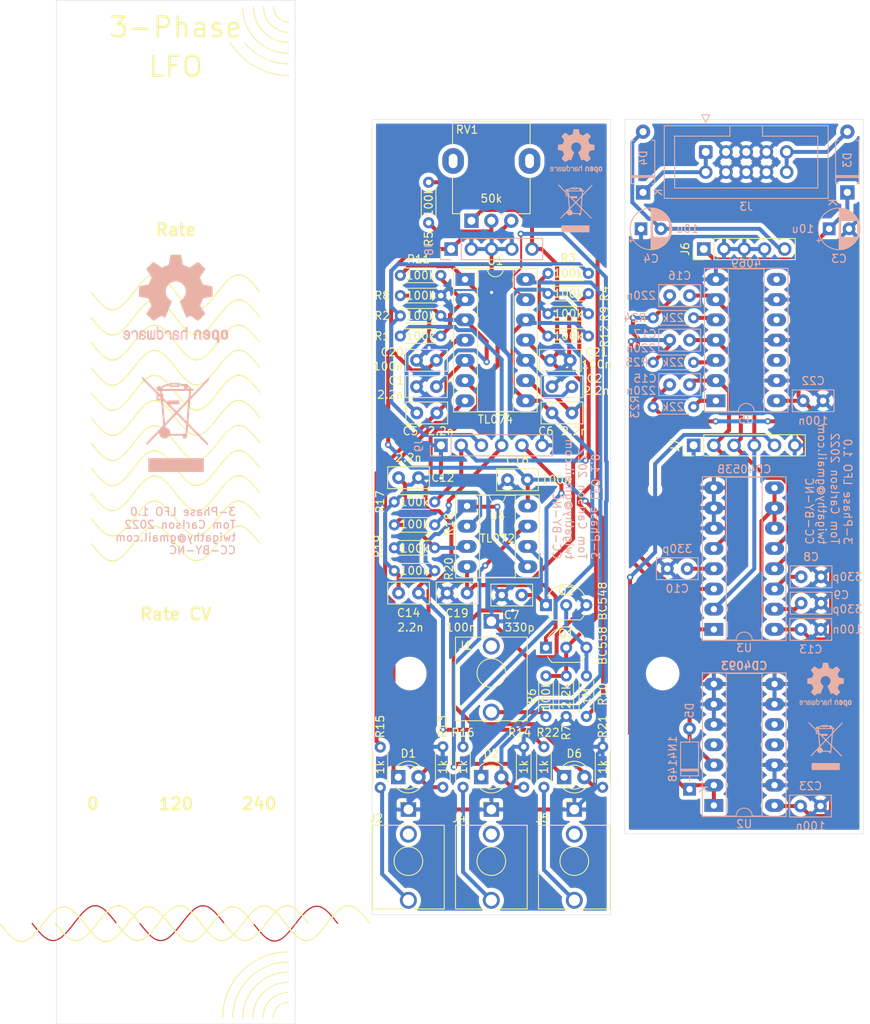
<source format=kicad_pcb>
(kicad_pcb (version 20240108) (generator "pcbnew") (generator_version "8.0")
  (layers (0 "F.Cu" signal) (31 "B.Cu" signal) (34 "B.Paste" user) (35 "F.Paste" user) (36 "B.SilkS" user "B.Silkscreen") (37 "F.SilkS" user "F.Silkscreen") (38 "B.Mask" user) (39 "F.Mask" user) (44 "Edge.Cuts" user))
  (net 0 "")
  (net 1 "Net-(C1-Pad2)")
  (net 2 "Earth")
  (net 3 "Net-(C2-Pad2)")
  (net 4 "+12V")
  (net 5 "-12V")
  (net 6 "Net-(C5-Pad2)")
  (net 7 "Net-(C5-Pad1)")
  (net 8 "Net-(C6-Pad2)")
  (net 9 "Net-(C6-Pad1)")
  (net 10 "Net-(C8-Pad2)")
  (net 11 "Net-(C9-Pad2)")
  (net 12 "Net-(C10-Pad2)")
  (net 13 "Net-(C12-Pad2)")
  (net 14 "Net-(C14-Pad2)")
  (net 15 "Net-(C14-Pad1)")
  (net 16 "Net-(C15-Pad2)")
  (net 17 "240_DEGREES")
  (net 18 "Net-(C16-Pad2)")
  (net 19 "0_DEGREES")
  (net 20 "Net-(C17-Pad2)")
  (net 21 "120_DEGREES")
  (net 22 "Net-(D1-Pad2)")
  (net 23 "Net-(D1-Pad1)")
  (net 24 "Net-(D2-Pad2)")
  (net 25 "Net-(D2-Pad1)")
  (net 26 "Net-(D3-Pad2)")
  (net 27 "Net-(D4-Pad1)")
  (net 28 "Net-(D5-Pad2)")
  (net 29 "Net-(D6-Pad2)")
  (net 30 "Net-(D6-Pad1)")
  (net 31 "Net-(J1-PadT)")
  (net 32 "Net-(J2-PadT)")
  (net 33 "Net-(J4-PadT)")
  (net 34 "Net-(J5-PadT)")
  (net 35 "Net-(Q1-Pad3)")
  (net 36 "Net-(Q1-Pad2)")
  (net 37 "Net-(R5-Pad2)")
  (net 38 "Net-(R23-Pad1)")
  (net 39 "Net-(R24-Pad1)")
  (net 40 "Net-(R25-Pad1)")
  (net 47 "CLOCK_IN")
  (footprint "MountingHole:MountingHole_3.2mm_M3" (layer "F.Cu") (at 71.2978 133.8072)
    (property "Reference" "REF**" (hide yes))
    (property "Value" "MountingHole_3.2mm_M3")
  )
  (footprint "MountingHole:MountingHole_3.2mm_M3" (layer "F.Cu") (at 103.0478 133.8072)
    (property "Reference" "REF**" (hide yes))
    (property "Value" "MountingHole_3.2mm_M3")
  )
  (footprint "MountingHole:MountingHole_6mm" (layer "F.Cu") (at 41.91 146.812)
    (property "Reference" "REF**" (hide yes))
    (property "Value" "MountingHole_6mm")
  )
  (footprint "svg2shenzen:wave" (layer "F.Cu") (at 36.3728 86.1949)
    (property "Reference" "Ref**" (hide yes))
    (property "Value" "Val**" (hide yes))
  )
  (footprint "svg2shenzen:wave" (layer "F.Cu") (at 46.9392 86.1695)
    (property "Reference" "Ref**" (hide yes))
    (property "Value" "Val**" (hide yes))
  )
  (footprint "svg2shenzen:wave" (layer "F.Cu") (at 46.9392 89.3191)
    (property "Reference" "Ref**" (hide yes))
    (property "Value" "Val**" (hide yes))
  )
  (footprint "svg2shenzen:wave" (layer "F.Cu") (at 36.3728 89.3445)
    (property "Reference" "Ref**" (hide yes))
    (property "Value" "Val**" (hide yes))
  )
  (footprint "svg2shenzen:wave" (layer "F.Cu") (at 46.9392 92.4687)
    (property "Reference" "Ref**" (hide yes))
    (property "Value" "Val**" (hide yes))
  )
  (footprint "svg2shenzen:wave" (layer "F.Cu") (at 46.9392 89.3191)
    (property "Reference" "Ref**" (hide yes))
    (property "Value" "Val**" (hide yes))
  )
  (footprint "svg2shenzen:wave" (layer "F.Cu") (at 36.3728 92.4941)
    (property "Reference" "Ref**" (hide yes))
    (property "Value" "Val**" (hide yes))
  )
  (footprint "svg2shenzen:wave" (layer "F.Cu") (at 36.3728 89.3445)
    (property "Reference" "Ref**" (hide yes))
    (property "Value" "Val**" (hide yes))
  )
  (footprint "svg2shenzen:wave" (layer "F.Cu") (at 36.3728 95.6564)
    (property "Reference" "Ref**" (hide yes))
    (property "Value" "Val**" (hide yes))
  )
  (footprint "svg2shenzen:wave" (layer "F.Cu") (at 46.9392 95.631)
    (property "Reference" "Ref**" (hide yes))
    (property "Value" "Val**" (hide yes))
  )
  (footprint "svg2shenzen:wave" (layer "F.Cu") (at 46.9392 98.7806)
    (property "Reference" "Ref**" (hide yes))
    (property "Value" "Val**" (hide yes))
  )
  (footprint "svg2shenzen:wave" (layer "F.Cu") (at 46.9392 92.4814)
    (property "Reference" "Ref**" (hide yes))
    (property "Value" "Val**" (hide yes))
  )
  (footprint "svg2shenzen:wave" (layer "F.Cu") (at 36.3728 92.5068)
    (property "Reference" "Ref**" (hide yes))
    (property "Value" "Val**" (hide yes))
  )
  (footprint "svg2shenzen:wave" (layer "F.Cu") (at 36.3728 98.806)
    (property "Reference" "Ref**" (hide yes))
    (property "Value" "Val**" (hide yes))
  )
  (footprint "svg2shenzen:wave" (layer "F.Cu") (at 46.9392 111.3917)
    (property "Reference" "Ref**" (hide yes))
    (property "Value" "Val**" (hide yes))
  )
  (footprint "svg2shenzen:wave" (layer "F.Cu") (at 46.9392 105.0925)
    (property "Reference" "Ref**" (hide yes))
    (property "Value" "Val**" (hide yes))
  )
  (footprint "svg2shenzen:wave" (layer "F.Cu") (at 46.9392 101.9302)
    (property "Reference" "Ref**" (hide yes))
    (property "Value" "Val**" (hide yes))
  )
  (footprint "svg2shenzen:wave" (layer "F.Cu") (at 46.9392 98.7806)
    (property "Reference" "Ref**" (hide yes))
    (property "Value" "Val**" (hide yes))
  )
  (footprint "svg2shenzen:wave" (layer "F.Cu") (at 36.3728 101.9556)
    (property "Reference" "Ref**" (hide yes))
    (property "Value" "Val**" (hide yes))
  )
  (footprint "svg2shenzen:wave" (layer "F.Cu") (at 36.3728 98.806)
    (property "Reference" "Ref**" (hide yes))
    (property "Value" "Val**" (hide yes))
  )
  (footprint "svg2shenzen:wave" (layer "F.Cu") (at 36.3728 108.2675)
    (property "Reference" "Ref**" (hide yes))
    (property "Value" "Val**" (hide yes))
  )
  (footprint "svg2shenzen:wave" (layer "F.Cu") (at 46.9392 108.2421)
    (property "Reference" "Ref**" (hide yes))
    (property "Value" "Val**" (hide yes))
  )
  (footprint "svg2shenzen:wave" (layer "F.Cu") (at 36.3728 105.1179)
    (property "Reference" "Ref**" (hide yes))
    (property "Value" "Val**" (hide yes))
  )
  (footprint "svg2shenzen:wave" (layer "F.Cu") (at 36.3728 111.4171)
    (property "Reference" "Ref**" (hide yes))
    (property "Value" "Val**" (hide yes))
  )
  (footprint "svg2shenzen:wave" (layer "F.Cu") (at 46.9392 114.554)
    (property "Reference" "Ref**" (hide yes))
    (property "Value" "Val**" (hide yes))
  )
  (footprint "svg2shenzen:wave" (layer "F.Cu") (at 46.9392 111.3917)
    (property "Reference" "Ref**" (hide yes))
    (property "Value" "Val**" (hide yes))
  )
  (footprint "svg2shenzen:wave" (layer "F.Cu") (at 46.9392 108.2421)
    (property "Reference" "Ref**" (hide yes))
    (property "Value" "Val**" (hide yes))
  )
  (footprint "svg2shenzen:wave" (layer "F.Cu") (at 36.3728 111.4171)
    (property "Reference" "Ref**" (hide yes))
    (property "Value" "Val**" (hide yes))
  )
  (footprint "svg2shenzen:wave" (layer "F.Cu") (at 36.3728 108.2675)
    (property "Reference" "Ref**" (hide yes))
    (property "Value" "Val**" (hide yes))
  )
  (footprint "svg2shenzen:wave" (layer "F.Cu") (at 36.3728 117.729)
    (property "Reference" "Ref**" (hide yes))
    (property "Value" "Val**" (hide yes))
  )
  (footprint "svg2shenzen:wave" (layer "F.Cu") (at 36.3728 114.5794)
    (property "Reference" "Ref**" (hide yes))
    (property "Value" "Val**" (hide yes))
  )
  (footprint "svg2shenzen:wave" (layer "F.Cu") (at 46.9392 117.7036)
    (property "Reference" "Ref**" (hide yes))
    (property "Value" "Val**" (hide yes))
  )
  (footprint "Capacitor_THT:C_Disc_D5.0mm_W2.5mm_P2.50mm" (layer "F.Cu") (at 72.136 97.79)
    (property "Reference" "C1")
    (property "Value" "2.2n")
  )
  (footprint "Capacitor_THT:C_Disc_D5.0mm_W2.5mm_P2.50mm" (layer "F.Cu") (at 89.154 97.79)
    (property "Reference" "C2")
    (property "Value" "2.2n")
  )
  (footprint "Capacitor_THT:C_Disc_D5.0mm_W2.5mm_P2.50mm" (layer "F.Cu") (at 74.676 101.092 180)
    (property "Reference" "C5")
    (property "Value" "2.2n")
  )
  (footprint "Capacitor_THT:C_Disc_D5.0mm_W2.5mm_P2.50mm" (layer "F.Cu") (at 89.154 101.092)
    (property "Reference" "C6")
    (property "Value" "2.2n")
  )
  (footprint "Capacitor_THT:C_Disc_D5.0mm_W2.5mm_P2.50mm" (layer "F.Cu") (at 85.344 123.952 180)
    (property "Reference" "C7")
    (property "Value" "330p")
  )
  (footprint "Capacitor_THT:C_Disc_D5.0mm_W2.5mm_P2.50mm" (layer "F.Cu") (at 72.39 109.22 180)
    (property "Reference" "C12")
    (property "Value" "2.2n")
  )
  (footprint "Capacitor_THT:C_Disc_D5.0mm_W2.5mm_P2.50mm" (layer "F.Cu") (at 72.39 123.698 180)
    (property "Reference" "C14")
    (property "Value" "2.2n")
  )
  (footprint "Capacitor_THT:C_Disc_D5.0mm_W2.5mm_P2.50mm" (layer "F.Cu") (at 83.566 109.474)
    (property "Reference" "C18")
    (property "Value" "100n")
  )
  (footprint "Capacitor_THT:C_Disc_D5.0mm_W2.5mm_P2.50mm" (layer "F.Cu") (at 75.986 123.698)
    (property "Reference" "C19")
    (property "Value" "100n")
  )
  (footprint "Capacitor_THT:C_Disc_D5.0mm_W2.5mm_P2.50mm" (layer "F.Cu") (at 72.136 94.488)
    (property "Reference" "C20")
    (property "Value" "100n")
  )
  (footprint "Capacitor_THT:C_Disc_D5.0mm_W2.5mm_P2.50mm" (layer "F.Cu") (at 91.44 94.488 180)
    (property "Reference" "C21")
    (property "Value" "100n")
  )
  (footprint "LED_THT:LED_D3.0mm" (layer "F.Cu") (at 69.845 146.812)
    (property "Reference" "D1")
    (property "Value" "LED_Dual_2pin")
  )
  (footprint "LED_THT:LED_D3.0mm" (layer "F.Cu") (at 80.259 146.812)
    (property "Reference" "D2")
    (property "Value" "LED_Dual_2pin")
  )
  (footprint "LED_THT:LED_D3.0mm" (layer "F.Cu") (at 90.678 146.812)
    (property "Reference" "D6")
    (property "Value" "LED_Dual_2pin")
  )
  (footprint "Connector_Audio:Jack_3.5mm_QingPu_WQP-PJ398SM_Vertical_CircularHoles" (layer "F.Cu") (at 81.534 127.254)
    (property "Reference" "J1")
    (property "Value" "AudioJack2")
  )
  (footprint "Connector_Audio:Jack_3.5mm_QingPu_WQP-PJ398SM_Vertical_CircularHoles" (layer "F.Cu") (at 71.12 150.876)
    (property "Reference" "J2")
    (property "Value" "AudioJack2")
  )
  (footprint "Connector_Audio:Jack_3.5mm_QingPu_WQP-PJ398SM_Vertical_CircularHoles" (layer "F.Cu") (at 81.534 150.876)
    (property "Reference" "J4")
    (property "Value" "AudioJack2")
  )
  (footprint "Connector_Audio:Jack_3.5mm_QingPu_WQP-PJ398SM_Vertical_CircularHoles" (layer "F.Cu") (at 91.953 150.876)
    (property "Reference" "J5")
    (property "Value" "AudioJack2")
  )
  (footprint "Package_TO_SOT_THT:TO-92_Inline_Wide" (layer "F.Cu") (at 88.392 130.556)
    (property "Reference" "Q1")
    (property "Value" "BC558")
  )
  (footprint "Package_TO_SOT_THT:TO-92_Inline_Wide" (layer "F.Cu") (at 88.392 125.222)
    (property "Reference" "Q2")
    (property "Value" "BC548")
  )
  (footprint "Resistor_THT:R_Axial_DIN0204_L3.6mm_D1.6mm_P5.08mm_Horizontal" (layer "F.Cu") (at 75.184 91.44 180)
    (property "Reference" "R1")
    (property "Value" "100k")
  )
  (footprint "Resistor_THT:R_Axial_DIN0204_L3.6mm_D1.6mm_P5.08mm_Horizontal" (layer "F.Cu") (at 75.184 88.9 180)
    (property "Reference" "R2")
    (property "Value" "100k")
  )
  (footprint "Resistor_THT:R_Axial_DIN0204_L3.6mm_D1.6mm_P5.08mm_Horizontal" (layer "F.Cu") (at 88.646 83.566)
    (property "Reference" "R3")
    (property "Value" "100k")
  )
  (footprint "Resistor_THT:R_Axial_DIN0204_L3.6mm_D1.6mm_P5.08mm_Horizontal" (layer "F.Cu") (at 88.646 86.106)
    (property "Reference" "R4")
    (property "Value" "100k")
  )
  (footprint "Resistor_THT:R_Axial_DIN0204_L3.6mm_D1.6mm_P5.08mm_Horizontal" (layer "F.Cu") (at 73.66 72.136 -90)
    (property "Reference" "R5")
    (property "Value" "100k")
  )
  (footprint "Resistor_THT:R_Axial_DIN0204_L3.6mm_D1.6mm_P5.08mm_Horizontal" (layer "F.Cu") (at 88.392 134.112 -90)
    (property "Reference" "R6")
    (property "Value" "100k")
  )
  (footprint "Resistor_THT:R_Axial_DIN0204_L3.6mm_D1.6mm_P5.08mm_Horizontal" (layer "F.Cu") (at 90.932 139.192 90)
    (property "Reference" "R7")
    (property "Value" "2.2k")
  )
  (footprint "Resistor_THT:R_Axial_DIN0204_L3.6mm_D1.6mm_P5.08mm_Horizontal" (layer "F.Cu") (at 75.184 86.36 180)
    (property "Reference" "R8")
    (property "Value" "100k")
  )
  (footprint "Resistor_THT:R_Axial_DIN0204_L3.6mm_D1.6mm_P5.08mm_Horizontal" (layer "F.Cu") (at 88.646 88.646)
    (property "Reference" "R9")
    (property "Value" "100k")
  )
  (footprint "Resistor_THT:R_Axial_DIN0204_L3.6mm_D1.6mm_P5.08mm_Horizontal" (layer "F.Cu") (at 93.472 139.192 90)
    (property "Reference" "R10")
    (property "Value" "1M")
  )
  (footprint "Resistor_THT:R_Axial_DIN0204_L3.6mm_D1.6mm_P5.08mm_Horizontal" (layer "F.Cu") (at 75.184 83.82 180)
    (property "Reference" "R11")
    (property "Value" "100k")
  )
  (footprint "Resistor_THT:R_Axial_DIN0204_L3.6mm_D1.6mm_P5.08mm_Horizontal" (layer "F.Cu") (at 88.646 91.44)
    (property "Reference" "R12")
    (property "Value" "100k")
  )
  (footprint "Resistor_THT:R_Axial_DIN0204_L3.6mm_D1.6mm_P5.08mm_Horizontal" (layer "F.Cu") (at 75.438 148.082 90)
    (property "Reference" "R13")
    (property "Value" "1k")
  )
  (footprint "Resistor_THT:R_Axial_DIN0204_L3.6mm_D1.6mm_P5.08mm_Horizontal" (layer "F.Cu") (at 85.598 148.082 90)
    (property "Reference" "R14")
    (property "Value" "1k")
  )
  (footprint "Resistor_THT:R_Axial_DIN0204_L3.6mm_D1.6mm_P5.08mm_Horizontal" (layer "F.Cu") (at 67.5894 148.1201 90)
    (property "Reference" "R15")
    (property "Value" "1k")
  )
  (footprint "Resistor_THT:R_Axial_DIN0204_L3.6mm_D1.6mm_P5.08mm_Horizontal" (layer "F.Cu") (at 77.978 148.082 90)
    (property "Reference" "R16")
    (property "Value" "1k")
  )
  (footprint "Resistor_THT:R_Axial_DIN0204_L3.6mm_D1.6mm_P5.08mm_Horizontal" (layer "F.Cu") (at 69.342 112.268)
    (property "Reference" "R17")
    (property "Value" "100k")
  )
  (footprint "Resistor_THT:R_Axial_DIN0204_L3.6mm_D1.6mm_P5.08mm_Horizontal" (layer "F.Cu") (at 69.342 115.146666)
    (property "Reference" "R18")
    (property "Value" "100k")
  )
  (footprint "Resistor_THT:R_Axial_DIN0204_L3.6mm_D1.6mm_P5.08mm_Horizontal" (layer "F.Cu") (at 69.342 118.025332)
    (property "Reference" "R19")
    (property "Value" "100k")
  )
  (footprint "Resistor_THT:R_Axial_DIN0204_L3.6mm_D1.6mm_P5.08mm_Horizontal" (layer "F.Cu") (at 69.342 120.904)
    (property "Reference" "R20")
    (property "Value" "100k")
  )
  (footprint "Resistor_THT:R_Axial_DIN0204_L3.6mm_D1.6mm_P5.08mm_Horizontal" (layer "F.Cu") (at 95.504 148.082 90)
    (property "Reference" "R21")
    (property "Value" "1k")
  )
  (footprint "Resistor_THT:R_Axial_DIN0204_L3.6mm_D1.6mm_P5.08mm_Horizontal" (layer "F.Cu") (at 88.138 148.082 90)
    (property "Reference" "R22")
    (property "Value" "1k")
  )
  (footprint "Potentiometer_THT:Potentiometer_Alpha_RD901F-40-00D_Single_Vertical" (layer "F.Cu") (at 79.034 76.962 90)
    (property "Reference" "RV1")
    (property "Value" "50k")
  )
  (footprint "Package_DIP:DIP-14_W7.62mm_Socket_LongPads" (layer "F.Cu") (at 78.232 84.328)
    (property "Reference" "U1")
    (property "Value" "TL074")
  )
  (footprint "Package_DIP:DIP-8_W7.62mm_Socket_LongPads" (layer "F.Cu") (at 78.486 112.776)
    (property "Reference" "U4")
    (property "Value" "TL072")
  )
  (footprint "Connector_PinHeader_2.54mm:PinHeader_1x05_P2.54mm_Vertical" (layer "F.Cu") (at 108.209 80.518 90)
    (property "Reference" "J6")
    (property "Value" "Conn_01x05")
  )
  (footprint "Connector_PinHeader_2.54mm:PinHeader_1x06_P2.54mm_Vertical" (layer "F.Cu") (at 106.934 105.156 90)
    (property "Reference" "J7")
    (property "Value" "Conn_01x06")
  )
  (footprint "MountingHole:MountingHole_6mm" (layer "F.Cu") (at 41.91 69.469)
    (property "Reference" "REF**" (hide yes))
    (property "Value" "MountingHole_6mm")
  )
  (footprint "MountingHole:MountingHole_6mm" (layer "F.Cu") (at 41.91 133.858)
    (property "Reference" "REF**" (hide yes))
    (property "Value" "MountingHole_6mm")
  )
  (footprint "MountingHole:MountingHole_6mm" (layer "F.Cu") (at 31.496 157.48)
    (property "Reference" "REF**" (hide yes))
    (property "Value" "MountingHole_6mm")
  )
  (footprint "MountingHole:MountingHole_6mm" (layer "F.Cu") (at 41.91 157.48)
    (property "Reference" "REF**" (hide yes))
    (property "Value" "MountingHole_6mm")
  )
  (footprint "MountingHole:MountingHole_6mm" (layer "F.Cu") (at 52.324 157.48)
    (property "Reference" "REF**" (hide yes))
    (property "Value" "MountingHole_6mm")
  )
  (footprint "MountingHole:MountingHole_6mm" (layer "F.Cu") (at 31.496 146.812)
    (property "Reference" "REF**" (hide yes))
    (property "Value" "MountingHole_6mm")
  )
  (footprint "MountingHole:MountingHole_6mm" (layer "F.Cu") (at 52.324 146.812)
    (property "Reference" "REF**" (hide yes))
    (property "Value" "MountingHole_6mm")
  )
  (footprint "svg2shenzen:wave" (layer "F.Cu") (at 39.5097 165.3794)
    (property "Reference" "Ref**" (hide yes))
    (property "Value" "Val**" (hide yes))
  )
  (footprint "svg2shenzen:wave" (layer "F.Cu") (at 50.1142 165.3794)
    (property "Reference" "Ref**" (hide yes))
    (property "Value" "Val**" (hide yes))
  )
  (footprint "svg2shenzen:wave" (layer "F.Cu") (at 60.7187 165.3794)
    (property "Reference" "Ref**" (hide yes))
    (property "Value" "Val**" (hide yes))
  )
  (footprint "svg2shenzen:wave-copper" (layer "F.Cu") (at 28.9052 165.3794)
    (property "Reference" "Ref**" (hide yes))
    (property "Value" "Val**" (hide yes))
  )
  (footprint "svg2shenzen:wave" (layer "F.Cu") (at 35.5727 165.5064)
    (property "Reference" "Ref**" (hide yes))
    (property "Value" "Val**" (hide yes))
  )
  (footprint "svg2shenzen:wave" (layer "F.Cu") (at 31.8262 165.3794)
    (property "Reference" "Ref**" (hide yes))
    (property "Value" "Val**" (hide yes))
  )
  (footprint "svg2shenzen:wave-copper" (layer "F.Cu") (at 42.4307 165.3794)
    (property "Reference" "Ref**" (hide yes))
    (property "Value" "Val**" (hide yes))
  )
  (footprint "svg2shenzen:wave" (layer "F.Cu") (at 53.0352 165.3794)
    (property "Reference" "Ref**" (hide yes))
    (property "Value" "Val**" (hide yes))
  )
  (footprint "svg2shenzen:wave" (layer "F.Cu") (at 46.1772 165.5064)
    (property "Reference" "Ref**" (hide yes))
    (property "Value" "Val**" (hide yes))
  )
  (footprint "svg2shenzen:wave-copper" (layer "F.Cu") (at 56.7182 165.4429)
    (property "Reference" "Ref**" (hide yes))
    (property "Value" "Val**" (hide yes))
  )
  (footprint "svg2shenzen:wave" (layer "F.Cu") (at 24.9682 165.5064)
    (property "Reference" "Ref**" (hide yes))
    (property "Value" "Val**" (hide yes))
  )
  (footprint "Symbol:OSHW-Logo2_7.3x6mm_SilkScreen" (layer "B.Cu") (at 123.501213 135.2169 180)
    (property "Reference" "REF**" (hide yes))
    (property "Value" "OSHW-Logo2_7.3x6mm_SilkScreen" (hide yes))
  )
  (footprint "Symbol:WEEE-Logo_4.2x6mm_SilkScreen" (layer "B.Cu") (at 123.5075 142.9004 180)
    (property "Reference" "REF**" (hide yes))
    (property "Value" "WEEE-Logo_4.2x6mm_SilkScreen" (hide yes))
  )
  (footprint "Symbol:OSHW-Logo2_7.3x6mm_SilkScreen" (layer "B.Cu") (at 92.1893 68.2244 180)
    (property "Reference" "REF**" (hide yes))
    (property "Value" "OSHW-Logo2_7.3x6mm_SilkScreen" (hide yes))
  )
  (footprint "Symbol:WEEE-Logo_4.2x6mm_SilkScreen" (layer "B.Cu") (at 92.0877 75.3999 180)
    (property "Reference" "REF**" (hide yes))
    (property "Value" "WEEE-Logo_4.2x6mm_SilkScreen" (hide yes))
  )
  (footprint "Capacitor_THT:CP_Radial_D5.0mm_P2.50mm" (layer "B.Cu") (at 123.952 77.978)
    (property "Reference" "C3")
    (property "Value" "10u")
  )
  (footprint "Capacitor_THT:CP_Radial_D5.0mm_P2.50mm" (layer "B.Cu") (at 100.33 77.978)
    (property "Reference" "C4")
    (property "Value" "10u")
  )
  (footprint "Capacitor_THT:C_Disc_D5.0mm_W2.5mm_P2.50mm" (layer "B.Cu") (at 122.936 121.666 180)
    (property "Reference" "C8")
    (property "Value" "330p")
  )
  (footprint "Capacitor_THT:C_Disc_D5.0mm_W2.5mm_P2.50mm" (layer "B.Cu") (at 122.936 124.968 180)
    (property "Reference" "C9")
    (property "Value" "330p")
  )
  (footprint "Capacitor_THT:C_Disc_D5.0mm_W2.5mm_P2.50mm" (layer "B.Cu") (at 103.632 120.65)
    (property "Reference" "C10")
    (property "Value" "330p")
  )
  (footprint "Capacitor_THT:C_Disc_D5.0mm_W2.5mm_P2.50mm" (layer "B.Cu") (at 120.396 128.27)
    (property "Reference" "C13")
    (property "Value" "100n")
  )
  (footprint "Capacitor_THT:C_Disc_D5.0mm_W2.5mm_P2.50mm" (layer "B.Cu") (at 106.426 97.536 180)
    (property "Reference" "C15")
    (property "Value" "220n")
  )
  (footprint "Capacitor_THT:C_Disc_D5.0mm_W2.5mm_P2.50mm" (layer "B.Cu") (at 106.426 86.36 180)
    (property "Reference" "C16")
    (property "Value" "220n")
  )
  (footprint "Capacitor_THT:C_Disc_D5.0mm_W2.5mm_P2.50mm" (layer "B.Cu") (at 106.426 91.948 180)
    (property "Reference" "C17")
    (property "Value" "220n")
  )
  (footprint "Capacitor_THT:C_Disc_D5.0mm_W2.5mm_P2.50mm" (layer "B.Cu") (at 123.19 99.568 180)
    (property "Reference" "C22")
    (property "Value" "100n")
  )
  (footprint "Capacitor_THT:C_Disc_D5.0mm_W2.5mm_P2.50mm" (layer "B.Cu") (at 122.8598 150.4442 180)
    (property "Reference" "C23")
    (property "Value" "100n")
  )
  (footprint "Diode_THT:D_A-405_P7.62mm_Horizontal" (layer "B.Cu") (at 126.238 73.406 90)
    (property "Reference" "D3")
    (property "Value" "D_Schottky")
  )
  (footprint "Diode_THT:D_A-405_P7.62mm_Horizontal" (layer "B.Cu") (at 100.584 73.406 90)
    (property "Reference" "D4")
    (property "Value" "D_Schottky")
  )
  (footprint "Diode_THT:D_DO-35_SOD27_P7.62mm_Horizontal" (layer "B.Cu") (at 106.426 148.336 90)
    (property "Reference" "D5")
    (property "Value" "1N4148")
  )
  (footprint "Connector_IDC:IDC-Header_2x05_P2.54mm_Vertical" (layer "B.Cu") (at 108.458 68.326 -90)
    (property "Reference" "J3")
    (property "Value" "Conn_02x05_Odd_Even")
  )
  (footprint "Resistor_THT:R_Axial_DIN0204_L3.6mm_D1.6mm_P5.08mm_Horizontal" (layer "B.Cu") (at 106.934 100.33 180)
    (property "Reference" "R23")
    (property "Value" "22k")
  )
  (footprint "Resistor_THT:R_Axial_DIN0204_L3.6mm_D1.6mm_P5.08mm_Horizontal" (layer "B.Cu") (at 106.934 89.154 180)
    (property "Reference" "R24")
    (property "Value" "22k")
  )
  (footprint "Resistor_THT:R_Axial_DIN0204_L3.6mm_D1.6mm_P5.08mm_Horizontal" (layer "B.Cu") (at 106.934 94.742 180)
    (property "Reference" "R25")
    (property "Value" "22k")
  )
  (footprint "Package_DIP:DIP-14_W7.62mm_Socket_LongPads" (layer "B.Cu") (at 109.474 150.368)
    (property "Reference" "U2")
    (property "Value" "HEF4093B")
  )
  (footprint "Package_DIP:DIP-16_W7.62mm_Socket_LongPads" (layer "B.Cu") (at 109.474 128.27)
    (property "Reference" "U3")
    (property "Value" "CD4053B")
  )
  (footprint "Package_DIP:DIP-14_W7.62mm_Socket_LongPads" (layer "B.Cu") (at 109.728 99.568)
    (property "Reference" "U5")
    (property "Value" "4069")
  )
  (footprint "Connector_PinSocket_2.54mm:PinSocket_1x05_P2.54mm_Vertical" (layer "B.Cu") (at 76.484 80.518 -90)
    (property "Reference" "J8")
    (property "Value" "Conn_01x05")
  )
  (footprint "Connector_PinSocket_2.54mm:PinSocket_1x06_P2.54mm_Vertical" (layer "B.Cu") (at 75.209 105.156 -90)
    (property "Reference" "J9")
    (property "Value" "Conn_01x06")
  )
  (footprint "Symbol:WEEE-Logo_8.4x12mm_SilkScreen" (layer "B.Cu") (at 41.922451 102.523716 180)
    (property "Reference" "REF**" (hide yes))
    (property "Value" "WEEE-Logo_8.4x12mm_SilkScreen" (hide yes))
  )
  (footprint "Symbol:OSHW-Logo2_14.6x12mm_SilkScreen" (layer "B.Cu") (at 41.91 86.7791 180)
    (property "Reference" "REF**" (hide yes))
    (property "Value" "OSHW-Logo2_14.6x12mm_SilkScreen" (hide yes))
  )
  (gr_arc (start 56.11114 57.274102) (mid 53.026168 56.573751) (end 50.546 54.61) (stroke (width 0.12)) (layer "F.SilkS"))
  (gr_arc (start 56.11114 53.30444) (mid 53.866076 52.374504) (end 52.93614 50.12944) (stroke (width 0.12)) (layer "F.SilkS"))
  (gr_arc (start 56.11114 55.948689) (mid 52.008901 54.256824) (end 50.292 50.165) (stroke (width 0.12)) (layer "F.SilkS"))
  (gr_arc (start 56.11114 52.03444) (mid 54.764102 51.476478) (end 54.20614 50.12944) (stroke (width 0.12)) (layer "F.SilkS"))
  (gr_arc (start 56.11114 54.57444) (mid 52.96805 53.27253) (end 51.66614 50.12944) (stroke (width 0.12)) (layer "F.SilkS"))
  (gr_arc (start 56.11114 58.731598) (mid 51.900758 57.63076) (end 48.768 54.61) (stroke (width 0.12)) (layer "F.SilkS"))
  (gr_arc (start 47.78756 177.01514) (mid 50.205394 171.177974) (end 56.04256 168.76014) (stroke (width 0.12)) (layer "F.SilkS"))
  (gr_arc (start 51.59756 177.01514) (mid 52.89947 173.87205) (end 56.04256 172.57014) (stroke (width 0.12)) (layer "F.SilkS"))
  (gr_arc (start 49.05756 177.01514) (mid 51.103419 172.075999) (end 56.04256 170.03014) (stroke (width 0.12)) (layer "F.SilkS"))
  (gr_arc (start 50.32756 177.01514) (mid 52.001445 172.974025) (end 56.04256 171.30014) (stroke (width 0.12)) (layer "F.SilkS"))
  (gr_arc (start 54.13756 177.01514) (mid 54.695522 175.668102) (end 56.04256 175.11014) (stroke (width 0.12)) (layer "F.SilkS"))
  (gr_arc (start 52.86756 177.01514) (mid 53.797496 174.770076) (end 56.04256 173.84014) (stroke (width 0.12)) (layer "F.SilkS"))
  (gr_line (start 96.52 164.084) (end 96.52 64.262) (stroke (width 0.05)) (layer "Edge.Cuts"))
  (gr_line (start 66.548 64.262) (end 96.52 64.262) (stroke (width 0.05)) (layer "Edge.Cuts"))
  (gr_line (start 66.548 164.084) (end 96.52 164.084) (stroke (width 0.05)) (layer "Edge.Cuts"))
  (gr_line (start 128.27 153.924) (end 128.27 64.262) (stroke (width 0.05)) (layer "Edge.Cuts"))
  (gr_line (start 98.298 64.262) (end 128.27 64.262) (stroke (width 0.05)) (layer "Edge.Cuts"))
  (gr_line (start 98.298 153.924) (end 128.27 153.924) (stroke (width 0.05)) (layer "Edge.Cuts"))
  (gr_line (start 98.298 153.924) (end 98.298 64.262) (stroke (width 0.05)) (layer "Edge.Cuts"))
  (gr_line (start 26.924 49.276) (end 56.896 49.276) (stroke (width 0.05)) (layer "Edge.Cuts"))
  (gr_line (start 26.924 177.8) (end 56.896 177.8) (stroke (width 0.05)) (layer "Edge.Cuts"))
  (gr_line (start 26.924 177.8) (end 26.924 49.276) (stroke (width 0.05)) (layer "Edge.Cuts"))
  (gr_line (start 56.896 177.8) (end 56.896 49.276) (stroke (width 0.05)) (layer "Edge.Cuts"))
  (gr_line (start 66.548 164.084) (end 66.548 64.262) (stroke (width 0.05)) (layer "Edge.Cuts"))
  (gr_text "3-Phase LFO 1.0\nTom Carlson 2022\ntwigathy@gmail.com\nCC-BY-NC" (at 92.1512 119.5832 270) (layer "B.SilkS") (effects (font (size 1 1)) (justify left mirror)))
  (gr_text "3-Phase LFO 1.0\nTom Carlson 2022\ntwigathy@gmail.com\nCC-BY-NC" (at 123.8631 117.7036 270) (layer "B.SilkS") (effects (font (size 1 1)) (justify left mirror)))
  (gr_text "3-Phase LFO 1.0\nTom Carlson 2022\ntwigathy@gmail.com\nCC-BY-NC" (at 49.556428 115.9129 0) (layer "B.SilkS") (effects (font (size 1 1)) (justify left mirror)))
  (gr_text "CD4093" (at 113.284 132.842 0) (layer "B.SilkS") (effects (font (size 1 1) (thickness 0.2)) (justify mirror)))
  (gr_text "LFO" (at 41.8973 57.6072 0) (layer "F.SilkS") (effects (font (size 2.5 2.5) (thickness 0.3))))
  (gr_text "Rate" (at 41.91 78.105 0) (layer "F.SilkS") (effects (font (size 1.5 1.5) (thickness 0.3))))
  (gr_text "Rate CV" (at 41.909999 126.3396 0) (layer "F.SilkS") (effects (font (size 1.5 1.5) (thickness 0.3))))
  (gr_text "0" (at 31.496 150.1648 0) (layer "F.SilkS") (effects (font (size 1.5 1.5) (thickness 0.3))))
  (gr_text "120" (at 41.9354 150.1775 0) (layer "F.SilkS") (effects (font (size 1.5 1.5) (thickness 0.3))))
  (gr_text "240" (at 52.3748 150.1648 0) (layer "F.SilkS") (effects (font (size 1.5 1.5) (thickness 0.3))))
  (gr_text "3-Phase" (at 41.909999 52.67706 0) (layer "F.SilkS") (effects (font (size 2.5 2.5) (thickness 0.3))))
  (segment (start 80.9498 92.1258) (end 78.232 89.408) (width 0.5) (layer "F.Cu") (net 1))
  (segment (start 70.104 86.36) (end 72.644 86.36) (width 0.5) (layer "F.Cu") (net 1))
  (segment (start 80.9498 94.6912) (end 80.9498 92.1258) (width 0.5) (layer "F.Cu") (net 1))
  (segment (start 72.644 86.36) (end 75.184 88.9) (width 0.5) (layer "F.Cu") (net 1))
  (via (at 80.9498 94.6912) (size 0.8) (drill 0.4) (layers "F.Cu" "B.Cu") (net 1))
  (segment (start 80.9498 94.6912) (end 80.9498 94.6912) (width 0.5) (layer "B.Cu") (net 1))
  (segment (start 75.692 89.408) (end 75.184 88.9) (width 0.5) (layer "B.Cu") (net 1))
  (segment (start 75.886001 96.539999) (end 75.886001 94.666218) (width 0.5) (layer "B.Cu") (net 1))
  (segment (start 75.886001 94.666218) (end 77.314229 93.23799) (width 0.5) (layer "B.Cu") (net 1))
  (segment (start 77.314229 93.23799) (end 79.49659 93.23799) (width 0.5) (layer "B.Cu") (net 1))
  (segment (start 79.49659 93.23799) (end 80.9498 94.6912) (width 0.5) (layer "B.Cu") (net 1))
  (segment (start 78.232 89.408) (end 75.692 89.408) (width 0.5) (layer "B.Cu") (net 1))
  (segment (start 74.636 97.79) (end 75.886001 96.539999) (width 0.5) (layer "B.Cu") (net 1))
  (segment (start 84.207101 125.888999) (end 80.208999 125.888999) (width 0.5) (layer "F.Cu") (net 2))
  (segment (start 81.564 85.9617) (end 81.564 85.9617) (width 0.5) (layer "F.Cu") (net 2))
  (segment (start 73.7235 92.9005) (end 73.7235 92.9005) (width 0.5) (layer "F.Cu") (net 2))
  (segment (start 72.5551 88.2777) (end 72.5551 88.2777) (width 0.5) (layer "F.Cu") (net 2))
  (segment (start 75.209 109.2704) (end 75.209 109.2704) (width 0.5) (layer "F.Cu") (net 2))
  (segment (start 81.564 80.518) (end 81.564 85.9617) (width 0.5) (layer "F.Cu") (net 2))
  (segment (start 94.488 148.082) (end 93.218 146.812) (width 0.5) (layer "F.Cu") (net 2))
  (segment (start 93.218 146.379998) (end 93.218 146.812) (width 0.5) (layer "F.Cu") (net 2))
  (segment (start 81.534 150.876) (end 91.953 150.876) (width 0.5) (layer "F.Cu") (net 2))
  (segment (start 73.7235 92.9005) (end 73.7235 90.0176) (width 0.5) (layer "F.Cu") (net 2))
  (segment (start 73.7235 89.4461) (end 72.5551 88.2777) (width 0.5) (layer "F.Cu") (net 2))
  (segment (start 73.7235 90.0176) (end 73.7235 89.4461) (width 0.5) (layer "F.Cu") (net 2))
  (segment (start 75.209 105.156) (end 75.209 109.2704) (width 0.5) (layer "F.Cu") (net 2))
  (segment (start 72.136 94.488) (end 73.7235 92.9005) (width 0.5) (layer "F.Cu") (net 2))
  (segment (start 95.758 148.082) (end 94.488 148.082) (width 0.5) (layer "F.Cu") (net 2))
  (segment (start 93.472 125.222) (end 89.731999 128.962001) (width 0.5) (layer "F.Cu") (net 2))
  (segment (start 79.145501 140.169001) (end 87.007003 140.169001) (width 0.5) (layer "F.Cu") (net 2))
  (segment (start 89.731999 131.526003) (end 89.502001 131.756001) (width 0.5) (layer "F.Cu") (net 2))
  (segment (start 89.502001 131.756001) (end 86.036001 131.756001) (width 0.5) (layer "F.Cu") (net 2))
  (segment (start 91.313 88.646) (end 91.313 94.361) (width 0.5) (layer "F.Cu") (net 2))
  (segment (start 87.007003 140.169001) (end 93.218 146.379998) (width 0.5) (layer "F.Cu") (net 2))
  (segment (start 86.036001 131.756001) (end 81.534 127.254) (width 0.5) (layer "F.Cu") (net 2))
  (segment (start 71.12 150.876) (end 81.534 150.876) (width 0.5) (layer "F.Cu") (net 2))
  (segment (start 76.8096 129.288398) (end 76.8096 137.8331) (width 0.5) (layer "F.Cu") (net 2))
  (segment (start 76.8096 137.8331) (end 79.145501 140.169001) (width 0.5) (layer "F.Cu") (net 2))
  (segment (start 80.208999 125.888999) (end 76.8096 129.288398) (width 0.5) (layer "F.Cu") (net 2))
  (segment (start 89.731999 128.962001) (end 89.731999 131.526003) (width 0.5) (layer "F.Cu") (net 2))
  (segment (start 91.313 94.361) (end 91.44 94.488) (width 0.5) (layer "F.Cu") (net 2))
  (via (at 75.209 109.2704) (size 0.8) (drill 0.4) (layers "F.Cu" "B.Cu") (net 2))
  (via (at 91.313 88.646) (size 0.8) (drill 0.4) (layers "F.Cu" "B.Cu") (net 2))
  (via (at 84.207101 125.888999) (size 0.8) (drill 0.4) (layers "F.Cu" "B.Cu") (net 2))
  (via (at 73.7235 92.9005) (size 0.8) (drill 0.4) (layers "F.Cu" "B.Cu") (net 2))
  (via (at 72.5551 88.2777) (size 0.8) (drill 0.4) (layers "F.Cu" "B.Cu") (net 2))
  (via (at 81.564 85.9617) (size 0.8) (drill 0.4) (layers "F.Cu" "B.Cu") (net 2))
  (segment (start 91.313 88.646) (end 91.313 88.646) (width 0.5) (layer "B.Cu") (net 2))
  (segment (start 91.44 94.488) (end 91.44 95.504) (width 0.5) (layer "B.Cu") (net 2))
  (segment (start 81.534 125.262) (end 82.844 123.952) (width 0.5) (layer "B.Cu") (net 2))
  (segment (start 75.4126 143.002) (end 75.4126 145.782402) (width 0.5) (layer "B.Cu") (net 2))
  (segment (start 84.207101 125.888999) (end 85.257003 125.888999) (width 0.5) (layer "B.Cu") (net 2))
  (segment (start 87.75601 123.389992) (end 87.75601 119.50601) (width 0.5) (layer "B.Cu") (net 2))
  (segment (start 72.39 109.22) (end 75.1586 109.22) (width 0.5) (layer "B.Cu") (net 2))
  (segment (start 75.1586 109.22) (end 75.209 109.2704) (width 0.5) (layer "B.Cu") (net 2))
  (segment (start 75.4126 145.782402) (end 71.12 150.075002) (width 0.5) (layer "B.Cu") (net 2))
  (segment (start 94.568001 148.260999) (end 94.568001 144.191999) (width 0.5) (layer "B.Cu") (net 2))
  (segment (start 81.262301 85.660001) (end 81.564 85.9617) (width 0.25) (layer "B.Cu") (net 2))
  (segment (start 91.44 95.504) (end 89.154 97.79) (width 0.5) (layer "B.Cu") (net 2))
  (segment (start 71.12 150.075002) (end 71.12 150.876) (width 0.5) (layer "B.Cu") (net 2))
  (segment (start 75.438 143.002) (end 75.4126 143.002) (width 0.5) (layer "B.Cu") (net 2))
  (segment (start 75.883999 85.660001) (end 81.262301 85.660001) (width 0.25) (layer "B.Cu") (net 2))
  (segment (start 81.534 127.254) (end 81.534 125.262) (width 0.5) (layer "B.Cu") (net 2))
  (segment (start 91.953 150.876) (end 94.568001 148.260999) (width 0.5) (layer "B.Cu") (net 2))
  (segment (start 88.646 88.646) (end 91.313 88.646) (width 0.5) (layer "B.Cu") (net 2))
  (segment (start 94.568001 144.191999) (end 95.758 143.002) (width 0.5) (layer "B.Cu") (net 2))
  (segment (start 87.75601 119.50601) (end 86.106 117.856) (width 0.5) (layer "B.Cu") (net 2))
  (segment (start 85.257003 125.888999) (end 87.75601 123.389992) (width 0.5) (layer "B.Cu") (net 2))
  (segment (start 75.184 86.36) (end 75.883999 85.660001) (width 0.25) (layer "B.Cu") (net 2))
  (segment (start 88.646 86.106) (end 88.15799 85.61799) (width 0.5) (layer "B.Cu") (net 3))
  (segment (start 87.903999 96.539999) (end 87.903999 98.390001) (width 0.5) (layer "B.Cu") (net 3))
  (segment (start 88.553999 99.040001) (end 90.403999 99.040001) (width 0.5) (layer "B.Cu") (net 3))
  (segment (start 87.903999 98.390001) (end 88.553999 99.040001) (width 0.5) (layer "B.Cu") (net 3))
  (segment (start 88.15799 85.61799) (end 84.934229 85.61799) (width 0.5) (layer "B.Cu") (net 3))
  (segment (start 84.20199 86.350229) (end 84.20199 92.83799) (width 0.5) (layer "B.Cu") (net 3))
  (segment (start 84.20199 92.83799) (end 85.852 94.488) (width 0.5) (layer "B.Cu") (net 3))
  (segment (start 85.852 94.488) (end 87.903999 96.539999) (width 0.5) (layer "B.Cu") (net 3))
  (segment (start 84.934229 85.61799) (end 84.20199 86.350229) (width 0.5) (layer "B.Cu") (net 3))
  (segment (start 88.646 86.106) (end 91.186 86.106) (width 0.5) (layer "B.Cu") (net 3))
  (segment (start 90.403999 99.040001) (end 91.654 97.79) (width 0.5) (layer "B.Cu") (net 3))
  (segment (start 91.186 86.106) (end 93.726 88.646) (width 0.5) (layer "B.Cu") (net 3))
  (segment (start 120.396 128.27) (end 117.094 128.27) (width 0.5) (layer "F.Cu") (net 4))
  (segment (start 123.952 77.978) (end 120.111999 81.818001) (width 0.5) (layer "F.Cu") (net 4))
  (segment (start 71.703998 80.518) (end 76.484 80.518) (width 0.5) (layer "F.Cu") (net 4))
  (segment (start 74.636 94.488) (end 73.385999 95.738001) (width 0.5) (layer "F.Cu") (net 4))
  (segment (start 120.3598 150.4442) (end 117.1702 150.4442) (width 0.5) (layer "F.Cu") (net 4))
  (segment (start 121.646001 129.520001) (end 120.396 128.27) (width 0.5) (layer "F.Cu") (net 4))
  (segment (start 109.509001 81.818001) (end 108.209 80.518) (width 0.5) (layer "F.Cu") (net 4))
  (segment (start 81.983988 79.012012) (end 77.989988 79.012012) (width 0.5) (layer "F.Cu") (net 4))
  (segment (start 78.232 91.948) (end 77.176 91.948) (width 0.5) (layer "F.Cu") (net 4))
  (segment (start 68.58 105.0925) (end 68.58 93.53) (width 0.5) (layer "F.Cu") (net 4))
  (segment (start 68.953999 83.267999) (end 71.703998 80.518) (width 0.5) (layer "F.Cu") (net 4))
  (segment (start 120.3598 150.4442) (end 121.609801 151.694201) (width 0.5) (layer "F.Cu") (net 4))
  (segment (start 120.69 99.568) (end 124.186001 103.064001) (width 0.5) (layer "F.Cu") (net 4))
  (segment (start 121.609801 151.694201) (end 123.459801 151.694201) (width 0.5) (layer "F.Cu") (net 4))
  (segment (start 73.385999 95.738001) (end 71.535999 95.738001) (width 0.5) (layer "F.Cu") (net 4))
  (segment (start 120.111999 81.818001) (end 109.509001 81.818001) (width 0.5) (layer "F.Cu") (net 4))
  (segment (start 117.1702 150.4442) (end 117.094 150.368) (width 0.5) (layer "F.Cu") (net 4))
  (segment (start 68.953999 93.156001) (end 68.953999 83.267999) (width 0.5) (layer "F.Cu") (net 4))
  (segment (start 68.58 93.53) (end 68.953999 93.156001) (width 0.5) (layer "F.Cu") (net 4))
  (segment (start 117.348 99.568) (end 120.69 99.568) (width 0.5) (layer "F.Cu") (net 4))
  (segment (start 86.106 112.776) (end 86.106 109.514) (width 0.5) (layer "F.Cu") (net 4))
  (segment (start 123.459801 151.694201) (end 124.186001 150.968001) (width 0.5) (layer "F.Cu") (net 4))
  (segment (start 95.5675 114.352493) (end 93.35859 112.143583) (width 0.5) (layer "F.Cu") (net 4))
  (segment (start 124.186001 150.968001) (end 124.186001 128.491301) (width 0.5) (layer "F.Cu") (net 4))
  (segment (start 71.535999 95.738001) (end 68.953999 93.156001) (width 0.5) (layer "F.Cu") (net 4))
  (segment (start 84.034 76.962) (end 81.983988 79.012012) (width 0.5) (layer "F.Cu") (net 4))
  (segment (start 124.186001 128.830001) (end 123.496001 129.520001) (width 0.5) (layer "F.Cu") (net 4))
  (segment (start 77.176 91.948) (end 74.636 94.488) (width 0.5) (layer "F.Cu") (net 4))
  (segment (start 120.111999 98.989999) (end 120.69 99.568) (width 0.5) (layer "F.Cu") (net 4))
  (segment (start 95.5675 137.0965) (end 95.5675 114.352493) (width 0.5) (layer "F.Cu") (net 4))
  (segment (start 124.186001 103.064001) (end 124.186001 128.491301) (width 0.5) (layer "F.Cu") (net 4))
  (segment (start 123.496001 129.520001) (end 121.646001 129.520001) (width 0.5) (layer "F.Cu") (net 4))
  (segment (start 86.106 109.514) (end 86.066 109.474) (width 0.5) (layer "F.Cu") (net 4))
  (segment (start 93.472 139.192) (end 95.5675 137.0965) (width 0.5) (layer "F.Cu") (net 4))
  (segment (start 124.186001 128.491301) (end 124.186001 128.830001) (width 0.5) (layer "F.Cu") (net 4))
  (segment (start 77.989988 79.012012) (end 76.484 80.518) (width 0.5) (layer "F.Cu") (net 4))
  (segment (start 120.111999 81.818001) (end 120.111999 98.989999) (width 0.5) (layer "F.Cu") (net 4))
  (via (at 68.58 105.0925) (size 0.8) (drill 0.4) (layers "F.Cu" "B.Cu") (net 4))
  (via (at 93.35859 112.143583) (size 0.8) (drill 0.4) (layers "F.Cu" "B.Cu") (net 4))
  (segment (start 68.58 105.0925) (end 68.58 105.0925) (width 0.5) (layer "B.Cu") (net 4))
  (segment (start 71.457499 107.969999) (end 68.58 105.0925) (width 0.5) (layer "B.Cu") (net 4))
  (segment (start 126.238 75.692) (end 123.952 77.978) (width 0.5) (layer "B.Cu") (net 4))
  (segment (start 90.689007 109.474) (end 93.35859 112.143583) (width 0.5) (layer "B.Cu") (net 4))
  (segment (start 126.238 73.406) (end 126.238 75.692) (width 0.5) (layer "B.Cu") (net 4))
  (segment (start 86.066 109.474) (end 84.561999 107.969999) (width 0.5) (layer "B.Cu") (net 4))
  (segment (start 86.066 109.474) (end 90.689007 109.474) (width 0.5) (layer "B.Cu") (net 4))
  (segment (start 84.561999 107.969999) (end 71.457499 107.969999) (width 0.5) (layer "B.Cu") (net 4))
  (segment (start 88.392 129.306) (end 88.392 130.556) (width 0.5) (layer "F.Cu") (net 5))
  (segment (start 79.482001 122.701999) (end 88.182001 122.701999) (width 0.5) (layer "F.Cu") (net 5))
  (segment (start 78.486 123.698) (end 79.482001 122.701999) (width 0.5) (layer "F.Cu") (net 5))
  (segment (start 89.592001 128.105999) (end 88.392 129.306) (width 0.5) (layer "F.Cu") (net 5))
  (segment (start 88.94 94.488) (end 88.392 94.488) (width 0.5) (layer "F.Cu") (net 5))
  (segment (start 78.486 123.698) (end 78.486 120.396) (width 0.5) (layer "F.Cu") (net 5))
  (segment (start 89.796001 93.631999) (end 88.94 94.488) (width 0.5) (layer "F.Cu") (net 5))
  (segment (start 80.384001 75.611999) (end 79.034 76.962) (width 0.5) (layer "F.Cu") (net 5))
  (segment (start 90.190001 95.738001) (end 91.452003 95.738001) (width 0.5) (layer "F.Cu") (net 5))
  (segment (start 89.592001 124.111999) (end 89.592001 128.105999) (width 0.5) (layer "F.Cu") (net 5))
  (segment (start 86.644 77.573998) (end 84.682001 75.611999) (width 0.5) (layer "F.Cu") (net 5))
  (segment (start 92.904001 106.264551) (end 91.808577 107.359975) (width 0.5) (layer "F.Cu") (net 5))
  (segment (start 86.644 80.518) (end 86.644 77.573998) (width 0.5) (layer "F.Cu") (net 5))
  (segment (start 92.904001 97.189999) (end 92.904001 106.264551) (width 0.5) (layer "F.Cu") (net 5))
  (segment (start 88.392 94.488) (end 85.852 91.948) (width 0.5) (layer "F.Cu") (net 5))
  (segment (start 84.682001 75.611999) (end 80.384001 75.611999) (width 0.5) (layer "F.Cu") (net 5))
  (segment (start 89.796001 82.46792) (end 89.796001 93.631999) (width 0.5) (layer "F.Cu") (net 5))
  (segment (start 88.94 94.488) (end 90.190001 95.738001) (width 0.5) (layer "F.Cu") (net 5))
  (segment (start 91.808577 107.359975) (end 91.808577 116.861203) (width 0.5) (layer "F.Cu") (net 5))
  (segment (start 86.644 80.518) (end 87.846081 80.518) (width 0.5) (layer "F.Cu") (net 5))
  (segment (start 85.967781 122.701999) (end 79.482001 122.701999) (width 0.5) (layer "F.Cu") (net 5))
  (segment (start 91.808577 116.861203) (end 85.967781 122.701999) (width 0.5) (layer "F.Cu") (net 5))
  (segment (start 91.452003 95.738001) (end 92.904001 97.189999) (width 0.5) (layer "F.Cu") (net 5))
  (segment (start 87.846081 80.518) (end 89.796001 82.46792) (width 0.5) (layer "F.Cu") (net 5))
  (segment (start 88.182001 122.701999) (end 89.592001 124.111999) (width 0.5) (layer "F.Cu") (net 5))
  (segment (start 101.315199 76.727999) (end 101.579999 76.727999) (width 0.5) (layer "B.Cu") (net 5))
  (segment (start 100.584 65.786) (end 99.233999 67.136001) (width 0.5) (layer "B.Cu") (net 5))
  (segment (start 101.579999 76.727999) (end 102.83 77.978) (width 0.5) (layer "B.Cu") (net 5))
  (segment (start 99.233999 67.136001) (end 99.233999 74.646799) (width 0.5) (layer "B.Cu") (net 5))
  (segment (start 99.233999 74.646799) (end 101.315199 76.727999) (width 0.5) (layer "B.Cu") (net 5))
  (segment (start 115.213002 77.978) (end 117.753002 80.518) (width 0.5) (layer "B.Cu") (net 5))
  (segment (start 117.753002 80.518) (end 118.369 80.518) (width 0.5) (layer "B.Cu") (net 5))
  (segment (start 102.83 77.978) (end 115.213002 77.978) (width 0.5) (layer "B.Cu") (net 5))
  (segment (start 77.832 86.868) (end 78.232 86.868) (width 0.5) (layer "F.Cu") (net 6))
  (segment (start 75.184 83.82) (end 75.184 84.22) (width 0.5) (layer "F.Cu") (net 6))
  (segment (start 75.184 91.44) (end 76.334001 90.289999) (width 0.5) (layer "F.Cu") (net 6))
  (segment (start 76.334001 90.289999) (end 76.334001 88.765999) (width 0.5) (layer "F.Cu") (net 6))
  (segment (start 75.184 84.22) (end 77.832 86.868) (width 0.5) (layer "F.Cu") (net 6))
  (segment (start 76.334001 88.765999) (end 78.232 86.868) (width 0.5) (layer "F.Cu") (net 6))
  (segment (start 70.885999 99.801999) (end 72.176 101.092) (width 0.5) (layer "B.Cu") (net 6))
  (segment (start 70.885999 93.887999) (end 70.885999 99.801999) (width 0.5) (layer "B.Cu") (net 6))
  (segment (start 75.184 91.44) (end 73.333998 91.44) (width 0.5) (layer "B.Cu") (net 6))
  (segment (start 73.333998 91.44) (end 70.885999 93.887999) (width 0.5) (layer "B.Cu") (net 6))
  (segment (start 71.254001 82.669999) (end 70.104 83.82) (width 0.5) (layer "F.Cu") (net 7))
  (segment (start 76.573999 82.669999) (end 71.254001 82.669999) (width 0.5) (layer "F.Cu") (net 7))
  (segment (start 79.7814 96.0374) (end 81.4451 96.0374) (width 0.5) (layer "F.Cu") (net 7))
  (segment (start 73.876001 101.891999) (end 74.676 101.092) (width 0.5) (layer "F.Cu") (net 7))
  (segment (start 78.232 94.488) (end 79.7814 96.0374) (width 0.5) (layer "F.Cu") (net 7))
  (segment (start 67.818 143.002) (end 67.118001 142.302001) (width 0.5) (layer "F.Cu") (net 7))
  (segment (start 82.3087 88.4047) (end 78.232 84.328) (width 0.5) (layer "F.Cu") (net 7))
  (segment (start 67.118001 142.302001) (end 67.118001 108.649999) (width 0.5) (layer "F.Cu") (net 7))
  (segment (start 81.4451 96.0374) (end 82.3087 95.1738) (width 0.5) (layer "F.Cu") (net 7))
  (segment (start 78.232 84.328) (end 76.573999 82.669999) (width 0.5) (layer "F.Cu") (net 7))
  (segment (start 75.886001 99.881999) (end 75.886001 96.833999) (width 0.5) (layer "F.Cu") (net 7))
  (segment (start 67.118001 108.649999) (end 73.876001 101.891999) (width 0.5) (layer "F.Cu") (net 7))
  (segment (start 75.886001 96.833999) (end 78.232 94.488) (width 0.5) (layer "F.Cu") (net 7))
  (segment (start 82.3087 95.1738) (end 82.3087 88.4047) (width 0.5) (layer "F.Cu") (net 7))
  (segment (start 74.676 101.092) (end 75.886001 99.881999) (width 0.5) (layer "F.Cu") (net 7))
  (segment (start 88.264001 99.040001) (end 89.602001 99.040001) (width 0.5) (layer "F.Cu") (net 8))
  (segment (start 87.50201 88.890229) (end 87.50201 90.29601) (width 0.5) (layer "F.Cu") (net 8))
  (segment (start 87.495999 88.884218) (end 87.50201 88.890229) (width 0.5) (layer "F.Cu") (net 8))
  (segment (start 86.252 97.028) (end 88.264001 99.040001) (width 0.5) (layer "F.Cu") (net 8))
  (segment (start 87.495999 86.344218) (end 87.50201 86.350229) (width 0.5) (layer "F.Cu") (net 8))
  (segment (start 87.50201 88.087988) (end 87.495999 88.093999) (width 0.5) (layer "F.Cu") (net 8))
  (segment (start 87.495999 88.093999) (end 87.495999 88.884218) (width 0.5) (layer "F.Cu") (net 8))
  (segment (start 87.50201 90.29601) (end 88.646 91.44) (width 0.5) (layer "F.Cu") (net 8))
  (segment (start 87.50201 86.350229) (end 87.50201 88.087988) (width 0.5) (layer "F.Cu") (net 8))
  (segment (start 85.852 97.028) (end 86.252 97.028) (width 0.5) (layer "F.Cu") (net 8))
  (segment (start 87.495999 84.716001) (end 87.495999 86.344218) (width 0.5) (layer "F.Cu") (net 8))
  (segment (start 88.646 83.566) (end 87.495999 84.716001) (width 0.5) (layer "F.Cu") (net 8))
  (segment (start 89.602001 99.040001) (end 91.654 101.092) (width 0.5) (layer "F.Cu") (net 8))
  (segment (start 92.904001 99.841999) (end 91.654 101.092) (width 0.5) (layer "B.Cu") (net 8))
  (segment (start 88.646 91.44) (end 90.242002 91.44) (width 0.5) (layer "B.Cu") (net 8))
  (segment (start 92.904001 94.101999) (end 92.904001 99.841999) (width 0.5) (layer "B.Cu") (net 8))
  (segment (start 90.242002 91.44) (end 92.904001 94.101999) (width 0.5) (layer "B.Cu") (net 8))
  (segment (start 85.852 99.568) (end 87.63 99.568) (width 0.5) (layer "F.Cu") (net 9))
  (segment (start 87.63 99.568) (end 89.154 101.092) (width 0.5) (layer "F.Cu") (net 9))
  (segment (start 85.852 99.568) (end 84.20199 97.91799) (width 0.5) (layer "F.Cu") (net 9))
  (segment (start 84.20199 91.05801) (end 85.852 89.408) (width 0.5) (layer "F.Cu") (net 9))
  (segment (start 84.20199 97.91799) (end 84.20199 91.05801) (width 0.5) (layer "F.Cu") (net 9))
  (segment (start 89.592001 124.785997) (end 89.592001 127.045997) (width 0.5) (layer "B.Cu") (net 9))
  (segment (start 89.154 101.092) (end 94.2086 106.1466) (width 0.5) (layer "B.Cu") (net 9))
  (segment (start 94.2086 106.1466) (end 94.2086 120.169398) (width 0.5) (layer "B.Cu") (net 9))
  (segment (start 77.978 138.659998) (end 77.978 143.002) (width 0.5) (layer "B.Cu") (net 9))
  (segment (start 94.2086 120.169398) (end 89.592001 124.785997) (width 0.5) (layer "B.Cu") (net 9))
  (segment (start 85.852 89.408) (end 86.240001 89.796001) (width 0.5) (layer "B.Cu") (net 9))
  (segment (start 86.240001 89.796001) (end 92.082001 89.796001) (width 0.5) (layer "B.Cu") (net 9))
  (segment (start 89.592001 127.045997) (end 77.978 138.659998) (width 0.5) (layer "B.Cu") (net 9))
  (segment (start 92.082001 89.796001) (end 93.726 91.44) (width 0.5) (layer "B.Cu") (net 9))
  (segment (start 118.618 121.666) (end 117.094 123.19) (width 0.5) (layer "F.Cu") (net 10))
  (segment (start 120.436 121.666) (end 118.618 121.666) (width 0.5) (layer "F.Cu") (net 10))
  (segment (start 117.094 125.73) (end 119.674 125.73) (width 0.5) (layer "F.Cu") (net 11))
  (segment (start 119.674 125.73) (end 120.436 124.968) (width 0.5) (layer "F.Cu") (net 11))
  (segment (start 106.132 120.65) (end 109.474 120.65) (width 0.5) (layer "F.Cu") (net 12))
  (segment (start 70.689999 110.019999) (end 70.689999 113.798667) (width 0.5) (layer "F.Cu") (net 13))
  (segment (start 70.689999 113.798667) (end 69.342 115.146666) (width 0.5) (layer "F.Cu") (net 13))
  (segment (start 71.543334 115.146666) (end 74.422 118.025332) (width 0.5) (layer "F.Cu") (net 13))
  (segment (start 69.342 115.146666) (end 71.543334 115.146666) (width 0.5) (layer "F.Cu") (net 13))
  (segment (start 69.89 109.22) (end 70.689999 110.019999) (width 0.5) (layer "F.Cu") (net 13))
  (segment (start 78.316668 118.025332) (end 78.486 117.856) (width 0.5) (layer "B.Cu") (net 13))
  (segment (start 74.422 118.025332) (end 78.316668 118.025332) (width 0.5) (layer "B.Cu") (net 13))
  (segment (start 69.89 121.452) (end 69.342 120.904) (width 0.5) (layer "F.Cu") (net 14))
  (segment (start 69.89 123.698) (end 69.89 121.452) (width 0.5) (layer "F.Cu") (net 14))
  (segment (start 80.136001 111.615999) (end 79.638001 111.117999) (width 0.5) (layer "B.Cu") (net 14))
  (segment (start 70.492001 111.117999) (end 69.342 112.268) (width 0.5) (layer "B.Cu") (net 14))
  (segment (start 69.342 120.904) (end 68.191999 119.753999) (width 0.5) (layer "B.Cu") (net 14))
  (segment (start 68.191999 119.753999) (end 68.191999 113.418001) (width 0.5) (layer "B.Cu") (net 14))
  (segment (start 80.136001 113.936001) (end 80.136001 111.615999) (width 0.5) (layer "B.Cu") (net 14))
  (segment (start 79.638001 111.117999) (end 70.492001 111.117999) (width 0.5) (layer "B.Cu") (net 14))
  (segment (start 78.756002 115.316) (end 80.136001 113.936001) (width 0.5) (layer "B.Cu") (net 14))
  (segment (start 78.486 115.316) (end 78.756002 115.316) (width 0.5) (layer "B.Cu") (net 14))
  (segment (start 68.191999 113.418001) (end 69.342 112.268) (width 0.5) (layer "B.Cu") (net 14))
  (segment (start 75.4634 140.843) (end 75.4634 140.843) (width 0.5) (layer "F.Cu") (net 15))
  (segment (start 86.005012 140.869012) (end 75.489412 140.869012) (width 0.5) (layer "F.Cu") (net 15))
  (segment (start 78.5749 112.8649) (end 78.486 112.776) (width 0.5) (layer "F.Cu") (net 15))
  (segment (start 75.489412 140.869012) (end 75.4634 140.843) (width 0.5) (layer "F.Cu") (net 15))
  (segment (start 82.2833 112.8649) (end 78.5749 112.8649) (width 0.5) (layer "F.Cu") (net 15))
  (segment (start 72.39 123.698) (end 72.39 122.936) (width 0.5) (layer "F.Cu") (net 15))
  (segment (start 88.138 143.002) (end 86.005012 140.869012) (width 0.5) (layer "F.Cu") (net 15))
  (segment (start 72.39 122.936) (end 74.422 120.904) (width 0.5) (layer "F.Cu") (net 15))
  (via (at 75.4634 140.843) (size 0.8) (drill 0.4) (layers "F.Cu" "B.Cu") (net 15))
  (via (at 82.2833 112.8649) (size 0.8) (drill 0.4) (layers "F.Cu" "B.Cu") (net 15))
  (segment (start 82.2833 112.8649) (end 82.2833 112.8649) (width 0.5) (layer "B.Cu") (net 15))
  (segment (start 73.271999 119.753999) (end 74.422 120.904) (width 0.5) (layer "B.Cu") (net 15))
  (segment (start 74.965333 116.296667) (end 74.448663 116.296667) (width 0.5) (layer "B.Cu") (net 15))
  (segment (start 82.2833 116.5733) (end 82.2833 112.8649) (width 0.5) (layer "B.Cu") (net 15))
  (segment (start 73.271999 117.473331) (end 73.271999 119.753999) (width 0.5) (layer "B.Cu") (net 15))
  (segment (start 86.106 120.396) (end 82.2833 116.5733) (width 0.5) (layer "B.Cu") (net 15))
  (segment (start 75.4634 126.7714) (end 72.39 123.698) (width 0.5) (layer "B.Cu") (net 15))
  (segment (start 74.448663 116.296667) (end 73.271999 117.473331) (width 0.5) (layer "B.Cu") (net 15))
  (segment (start 75.4634 140.843) (end 75.4634 126.7714) (width 0.5) (layer "B.Cu") (net 15))
  (segment (start 78.486 112.776) (end 74.965333 116.296667) (width 0.5) (layer "B.Cu") (net 15))
  (segment (start 109.7026 102.1461) (end 109.7026 102.1461) (width 0.5) (layer "F.Cu") (net 16))
  (segment (start 116.2431 102.1461) (end 118.548102 102.1461) (width 0.5) (layer "F.Cu") (net 16))
  (segment (start 101.854 99.608) (end 103.926 97.536) (width 0.5) (layer "F.Cu") (net 16))
  (segment (start 103.6701 102.1461) (end 109.7026 102.1461) (width 0.5) (layer "F.Cu") (net 16))
  (segment (start 118.548102 102.1461) (end 120.934001 104.531999) (width 0.5) (layer "F.Cu") (net 16))
  (segment (start 101.854 100.33) (end 101.854 99.608) (width 0.5) (layer "F.Cu") (net 16))
  (segment (start 101.854 100.33) (end 103.6701 102.1461) (width 0.5) (layer "F.Cu") (net 16))
  (segment (start 120.934001 104.531999) (end 120.934001 116.809999) (width 0.5) (layer "F.Cu") (net 16))
  (segment (start 120.934001 116.809999) (end 117.094 120.65) (width 0.5) (layer "F.Cu") (net 16))
  (via (at 109.7026 102.1461) (size 0.8) (drill 0.4) (layers "F.Cu" "B.Cu") (net 16))
  (via (at 116.2431 102.1461) (size 0.8) (drill 0.4) (layers "F.Cu" "B.Cu") (net 16))
  (segment (start 116.2431 102.1461) (end 116.2431 102.1461) (width 0.5) (layer "B.Cu") (net 16))
  (segment (start 109.7026 102.1461) (end 116.2431 102.1461) (width 0.5) (layer "B.Cu") (net 16))
  (segment (start 111.12401 116.45999) (end 109.474 118.11) (width 0.5) (layer "F.Cu") (net 17))
  (segment (start 109.998002 97.028) (end 111.378001 98.407999) (width 0.5) (layer "F.Cu") (net 17))
  (segment (start 77.749 105.156) (end 77.749 108.941) (width 0.5) (layer "F.Cu") (net 17))
  (segment (start 111.12401 106.80601) (end 111.12401 116.45999) (width 0.5) (layer "F.Cu") (net 17))
  (segment (start 93.758589 106.667965) (end 93.35859 107.067964) (width 0.5) (layer "F.Cu") (net 17))
  (segment (start 111.378001 98.407999) (end 111.378001 103.251999) (width 0.5) (layer "F.Cu") (net 17))
  (segment (start 106.934 97.028) (end 106.426 97.536) (width 0.5) (layer "F.Cu") (net 17))
  (segment (start 93.758589 94.956587) (end 93.758589 106.667965) (width 0.5) (layer "F.Cu") (net 17))
  (segment (start 92.575999 87.256001) (end 92.575999 93.773997) (width 0.5) (layer "F.Cu") (net 17))
  (segment (start 111.378001 103.251999) (end 109.474 105.156) (width 0.5) (layer "F.Cu") (net 17))
  (segment (start 109.474 105.156) (end 111.12401 106.80601) (width 0.5) (layer "F.Cu") (net 17))
  (segment (start 92.575999 93.773997) (end 93.758589 94.956587) (width 0.5) (layer "F.Cu") (net 17))
  (segment (start 77.749 108.941) (end 74.422 112.268) (width 0.5) (layer "F.Cu") (net 17))
  (segment (start 109.728 97.028) (end 109.998002 97.028) (width 0.5) (layer "F.Cu") (net 17))
  (segment (start 109.728 97.028) (end 106.934 97.028) (width 0.5) (layer "F.Cu") (net 17))
  (segment (start 93.726 86.106) (end 92.575999 87.256001) (width 0.5) (layer "F.Cu") (net 17))
  (via (at 93.35859 107.067964) (size 0.8) (drill 0.4) (layers "F.Cu" "B.Cu") (net 17))
  (segment (start 79.660964 107.067964) (end 93.35859 107.067964) (width 0.5) (layer "B.Cu") (net 17))
  (segment (start 77.749 105.156) (end 79.660964 107.067964) (width 0.5) (layer "B.Cu") (net 17))
  (segment (start 99.314 89.154) (end 99.314 91.080386) (width 0.5) (layer "F.Cu") (net 18))
  (segment (start 99.932078 91.698464) (end 99.932078 118.80008) (width 0.5) (layer "F.Cu") (net 18))
  (segment (start 103.926 86.36) (end 103.926 87.082) (width 0.5) (layer "F.Cu") (net 18))
  (segment (start 103.031999 121.900001) (end 103.142101 121.900001) (width 0.5) (layer "F.Cu") (net 18))
  (segment (start 103.142101 121.900001) (end 104.4321 123.19) (width 0.5) (layer "F.Cu") (net 18))
  (segment (start 99.314 91.080386) (end 99.932078 91.698464) (width 0.5) (layer "F.Cu") (net 18))
  (segment (start 99.932078 118.80008) (end 103.031999 121.900001) (width 0.5) (layer "F.Cu") (net 18))
  (segment (start 104.4321 123.19) (end 109.474 123.19) (width 0.5) (layer "F.Cu") (net 18))
  (segment (start 103.926 87.082) (end 101.854 89.154) (width 0.5) (layer "F.Cu") (net 18))
  (via (at 99.314 89.154) (size 0.8) (drill 0.4) (layers "F.Cu" "B.Cu") (net 18))
  (segment (start 99.314 89.154) (end 99.314 89.154) (width 0.5) (layer "B.Cu") (net 18))
  (segment (start 101.854 89.154) (end 99.314 89.154) (width 0.5) (layer "B.Cu") (net 18))
  (segment (start 82.829 105.467015) (end 82.829 105.156) (width 0.5) (layer "F.Cu") (net 19))
  (segment (start 114.554 105.156) (end 114.554 91.694) (width 0.5) (layer "F.Cu") (net 19))
  (segment (start 109.22 86.36) (end 109.728 86.868) (width 0.5) (layer "F.Cu") (net 19))
  (segment (start 76.1873 112.108715) (end 82.829 105.467015) (width 0.5) (layer "F.Cu") (net 19))
  (segment (start 106.426 86.36) (end 109.22 86.36) (width 0.5) (layer "F.Cu") (net 19))
  (segment (start 114.554 91.694) (end 109.728 86.868) (width 0.5) (layer "F.Cu") (net 19))
  (segment (start 76.1873 112.6744) (end 76.1873 112.108715) (width 0.5) (layer "F.Cu") (net 19))
  (via (at 76.1873 112.6744) (size 0.8) (drill 0.4) (layers "F.Cu" "B.Cu") (net 19))
  (segment (start 76.1873 112.6744) (end 76.1873 112.6744) (width 0.5) (layer "B.Cu") (net 19))
  (segment (start 76.946218 90.289999) (end 77.354209 90.69799) (width 0.5) (layer "B.Cu") (net 19))
  (segment (start 114.554 105.156) (end 114.554 120.65) (width 0.5) (layer "B.Cu") (net 19))
  (segment (start 74.422 115.146666) (end 76.1873 113.381366) (width 0.5) (layer "B.Cu") (net 19))
  (segment (start 70.104 91.44) (end 71.254001 90.289999) (width 0.5) (layer "B.Cu") (net 19))
  (segment (start 79.149771 90.69799) (end 82.829 94.377219) (width 0.5) (layer "B.Cu") (net 19))
  (segment (start 114.554 120.65) (end 109.474 125.73) (width 0.5) (layer "B.Cu") (net 19))
  (segment (start 77.354209 90.69799) (end 79.149771 90.69799) (width 0.5) (layer "B.Cu") (net 19))
  (segment (start 71.254001 90.289999) (end 76.946218 90.289999) (width 0.5) (layer "B.Cu") (net 19))
  (segment (start 82.829 94.377219) (end 82.829 105.156) (width 0.5) (layer "B.Cu") (net 19))
  (segment (start 76.1873 113.381366) (end 76.1873 112.6744) (width 0.5) (layer "B.Cu") (net 19))
  (segment (start 107.774 128.27) (end 99.082077 119.578077) (width 0.5) (layer "F.Cu") (net 20))
  (segment (start 109.474 128.27) (end 107.774 128.27) (width 0.5) (layer "F.Cu") (net 20))
  (segment (start 103.926 91.948) (end 103.926 92.67) (width 0.5) (layer "F.Cu") (net 20))
  (segment (start 99.082077 119.578077) (end 99.082077 92.106465) (width 0.5) (layer "F.Cu") (net 20))
  (segment (start 103.926 92.67) (end 101.854 94.742) (width 0.5) (layer "F.Cu") (net 20))
  (via (at 99.082077 92.106465) (size 0.8) (drill 0.4) (layers "F.Cu" "B.Cu") (net 20))
  (segment (start 103.926 91.948) (end 99.240542 91.948) (width 0.5) (layer "B.Cu") (net 20))
  (segment (start 99.240542 91.948) (end 99.082077 92.106465) (width 0.5) (layer "B.Cu") (net 20))
  (segment (start 118.011771 109.23999) (end 118.74401 109.972229) (width 0.5) (layer "F.Cu") (net 21))
  (segment (start 106.426 91.948) (end 109.728 91.948) (width 0.5) (layer "F.Cu") (net 21))
  (segment (start 118.74401 109.972229) (end 118.74401 116.45999) (width 0.5) (layer "F.Cu") (net 21))
  (segment (start 112.863999 104.306001) (end 112.014 105.156) (width 0.5) (layer "F.Cu") (net 21))
  (segment (start 112.863999 95.083999) (end 112.863999 104.306001) (width 0.5) (layer "F.Cu") (net 21))
  (segment (start 116.09799 109.23999) (end 118.011771 109.23999) (width 0.5) (layer "F.Cu") (net 21))
  (segment (start 112.014 105.156) (end 116.09799 109.23999) (width 0.5) (layer "F.Cu") (net 21))
  (segment (start 109.728 91.948) (end 112.863999 95.083999) (width 0.5) (layer "F.Cu") (net 21))
  (segment (start 118.74401 116.45999) (end 117.094 118.11) (width 0.5) (layer "F.Cu") (net 21))
  (segment (start 73.089997 103.855999) (end 68.953999 99.720001) (width 0.5) (layer "B.Cu") (net 21))
  (segment (start 92.575999 82.415999) (end 69.805999 82.415999) (width 0.5) (layer "B.Cu") (net 21))
  (segment (start 68.953999 87.749999) (end 70.104 88.9) (width 0.5) (layer "B.Cu") (net 21))
  (segment (start 68.953999 90.050001) (end 70.104 88.9) (width 0.5) (layer "B.Cu") (net 21))
  (segment (start 69.805999 82.415999) (end 68.953999 83.267999) (width 0.5) (layer "B.Cu") (net 21))
  (segment (start 80.289 105.156) (end 78.988999 103.855999) (width 0.5) (layer "B.Cu") (net 21))
  (segment (start 78.988999 103.855999) (end 73.089997 103.855999) (width 0.5) (layer "B.Cu") (net 21))
  (segment (start 93.726 83.566) (end 92.575999 82.415999) (width 0.5) (layer "B.Cu") (net 21))
  (segment (start 68.953999 99.720001) (end 68.953999 90.050001) (width 0.5) (layer "B.Cu") (net 21))
  (segment (start 68.953999 83.267999) (end 68.953999 87.749999) (width 0.5) (layer "B.Cu") (net 21))
  (segment (start 74.769098 103.0859) (end 76.881881 103.0859) (width 0.5) (layer "F.Cu") (net 22))
  (segment (start 73.908999 109.709663) (end 73.908999 103.945999) (width 0.5) (layer "F.Cu") (net 22))
  (segment (start 73.908999 103.945999) (end 74.769098 103.0859) (width 0.5) (layer "F.Cu") (net 22))
  (segment (start 72.385 146.812) (end 73.640001 145.556999) (width 0.5) (layer "F.Cu") (net 22))
  (segment (start 73.271999 110.346663) (end 73.908999 109.709663) (width 0.5) (layer "F.Cu") (net 22))
  (segment (start 76.881881 103.0859) (end 79.88201 100.085771) (width 0.5) (layer "F.Cu") (net 22))
  (segment (start 73.640001 145.556999) (end 73.640001 123.388001) (width 0.5) (layer "F.Cu") (net 22))
  (segment (start 73.655 148.082) (end 72.385 146.812) (width 0.5) (layer "F.Cu") (net 22))
  (segment (start 73.869999 113.418001) (end 73.271999 112.820001) (width 0.5) (layer "F.Cu") (net 22))
  (segment (start 73.271999 112.820001) (end 73.271999 110.346663) (width 0.5) (layer "F.Cu") (net 22))
  (segment (start 75.438 148.082) (end 73.655 148.082) (width 0.5) (layer "F.Cu") (net 22))
  (segment (start 73.640001 123.388001) (end 76.5175 120.510502) (width 0.5) (layer "F.Cu") (net 22))
  (segment (start 76.5175 120.510502) (end 76.5175 114.9615) (width 0.5) (layer "F.Cu") (net 22))
  (segment (start 79.88201 100.085771) (end 79.88201 98.67801) (width 0.5) (layer "F.Cu") (net 22))
  (segment (start 76.5175 114.9615) (end 74.974001 113.418001) (width 0.5) (layer "F.Cu") (net 22))
  (segment (start 74.974001 113.418001) (end 73.869999 113.418001) (width 0.5) (layer "F.Cu") (net 22))
  (segment (start 79.88201 98.67801) (end 78.232 97.028) (width 0.5) (layer "F.Cu") (net 22))
  (segment (start 69.247799 146.214799) (end 69.247799 124.905801) (width 0.5) (layer "F.Cu") (net 23))
  (segment (start 69.845 146.812) (end 69.247799 146.214799) (width 0.5) (layer "F.Cu") (net 23))
  (segment (start 74.523032 102.342001) (end 75.457999 102.342001) (width 0.5) (layer "F.Cu") (net 23))
  (segment (start 68.191999 108.673034) (end 74.523032 102.342001) (width 0.5) (layer "F.Cu") (net 23))
  (segment (start 69.247799 124.905801) (end 68.191999 123.850001) (width 0.5) (layer "F.Cu") (net 23))
  (segment (start 68.191999 123.850001) (end 68.191999 108.673034) (width 0.5) (layer "F.Cu") (net 23))
  (segment (start 75.457999 102.342001) (end 78.232 99.568) (width 0.5) (layer "F.Cu") (net 23))
  (segment (start 84.069 148.082) (end 82.799 146.812) (width 0.5) (layer "F.Cu") (net 24))
  (segment (start 85.598 148.082) (end 84.069 148.082) (width 0.5) (layer "F.Cu") (net 24))
  (segment (start 84.32699 83.862006) (end 84.32699 85.34299) (width 0.25) (layer "F.Cu") (net 24))
  (segment (start 84.32699 85.34299) (end 85.852 86.868) (width 0.25) (layer "F.Cu") (net 24))
  (segment (start 85.279001 78.662301) (end 85.279001 82.909995) (width 0.25) (layer "F.Cu") (net 24))
  (segment (start 85.2297 78.613) (end 85.279001 78.662301) (width 0.25) (layer "F.Cu") (net 24))
  (segment (start 85.279001 82.909995) (end 84.32699 83.862006) (width 0.25) (layer "F.Cu") (net 24))
  (via (at 85.2297 78.613) (size 0.8) (drill 0.4) (layers "F.Cu" "B.Cu") (net 24))
  (segment (start 85.2297 78.613) (end 85.2297 78.613) (width 0.5) (layer "B.Cu") (net 24))
  (segment (start 95.9231 107.125771) (end 95.9231 84.061098) (width 0.5) (layer "B.Cu") (net 24))
  (segment (start 95.9231 134.8232) (end 95.9231 112.254029) (width 0.5) (layer "B.Cu") (net 24))
  (segment (start 95.9231 84.061098) (end 90.475002 78.613) (width 0.5) (layer "B.Cu") (net 24))
  (segment (start 95.9231 112.254029) (end 96.027721 112.149408) (width 0.5) (layer "B.Cu") (net 24))
  (segment (start 87.839999 138.041999) (end 92.704301 138.041999) (width 0.5) (layer "B.Cu") (net 24))
  (segment (start 92.704301 138.041999) (end 95.9231 134.8232) (width 0.5) (layer "B.Cu") (net 24))
  (segment (start 96.027721 112.149408) (end 96.027721 107.230392) (width 0.5) (layer "B.Cu") (net 24))
  (segment (start 90.475002 78.613) (end 85.2297 78.613) (width 0.5) (layer "B.Cu") (net 24))
  (segment (start 82.799 146.812) (end 82.799 143.082998) (width 0.5) (layer "B.Cu") (net 24))
  (segment (start 82.799 143.082998) (end 87.839999 138.041999) (width 0.5) (layer "B.Cu") (net 24))
  (segment (start 96.027721 107.230392) (end 95.9231 107.125771) (width 0.5) (layer "B.Cu") (net 24))
  (segment (start 85.852 84.328) (end 86.240001 84.716001) (width 0.5) (layer "B.Cu") (net 25))
  (segment (start 94.038003 84.716001) (end 95.223089 85.901087) (width 0.5) (layer "B.Cu") (net 25))
  (segment (start 86.240001 84.716001) (end 94.038003 84.716001) (width 0.5) (layer "B.Cu") (net 25))
  (segment (start 95.223089 134.062913) (end 91.944014 137.341988) (width 0.5) (layer "B.Cu") (net 25))
  (segment (start 80.259 144.633033) (end 80.259 146.812) (width 0.5) (layer "B.Cu") (net 25))
  (segment (start 95.223089 111.964075) (end 95.223089 134.062913) (width 0.5) (layer "B.Cu") (net 25))
  (segment (start 91.944014 137.341988) (end 87.550045 137.341988) (width 0.5) (layer "B.Cu") (net 25))
  (segment (start 95.26421 111.922954) (end 95.223089 111.964075) (width 0.5) (layer "B.Cu") (net 25))
  (segment (start 95.26421 110.720746) (end 95.26421 111.922954) (width 0.5) (layer "B.Cu") (net 25))
  (segment (start 95.223089 85.901087) (end 95.223089 110.679625) (width 0.5) (layer "B.Cu") (net 25))
  (segment (start 95.223089 110.679625) (end 95.26421 110.720746) (width 0.5) (layer "B.Cu") (net 25))
  (segment (start 87.550045 137.341988) (end 80.259 144.633033) (width 0.5) (layer "B.Cu") (net 25))
  (segment (start 118.618 70.866) (end 118.618 68.326) (width 0.5) (layer "B.Cu") (net 26))
  (segment (start 123.698 68.326) (end 126.238 65.786) (width 0.5) (layer "B.Cu") (net 26))
  (segment (start 118.618 68.326) (end 123.698 68.326) (width 0.5) (layer "B.Cu") (net 26))
  (segment (start 108.458 68.326) (end 108.458 70.866) (width 0.5) (layer "B.Cu") (net 27))
  (segment (start 108.458 70.866) (end 103.124 70.866) (width 0.5) (layer "B.Cu") (net 27))
  (segment (start 103.124 70.866) (end 100.584 73.406) (width 0.5) (layer "B.Cu") (net 27))
  (segment (start 106.426 136.008219) (end 115.44399 126.990229) (width 0.5) (layer "F.Cu") (net 28))
  (segment (start 106.426 142.24) (end 109.474 145.288) (width 0.5) (layer "F.Cu") (net 28))
  (segment (start 106.426 140.716) (end 106.426 136.008219) (width 0.5) (layer "F.Cu") (net 28))
  (segment (start 106.426 140.716) (end 106.426 142.24) (width 0.5) (layer "F.Cu") (net 28))
  (segment (start 117.094 113.03) (end 117.094 115.57) (width 0.5) (layer "F.Cu") (net 28))
  (segment (start 115.44399 114.68001) (end 117.094 113.03) (width 0.5) (layer "F.Cu") (net 28))
  (segment (start 117.094 110.49) (end 117.094 113.03) (width 0.5) (layer "F.Cu") (net 28))
  (segment (start 115.44399 126.990229) (end 115.44399 114.68001) (width 0.5) (layer "F.Cu") (net 28))
  (segment (start 80.7593 120.2563) (end 80.7593 120.2563) (width 0.5) (layer "F.Cu") (net 30))
  (segment (start 89.0137 145.1477) (end 90.678 146.812) (width 0.5) (layer "F.Cu") (net 30))
  (segment (start 77.227998 145.1477) (end 89.0137 145.1477) (width 0.5) (layer "F.Cu") (net 30))
  (segment (start 85.6996 115.316) (end 80.7593 120.2563) (width 0.5) (layer "F.Cu") (net 30))
  (segment (start 76.827999 145.547699) (end 77.227998 145.1477) (width 0.5) (layer "F.Cu") (net 30))
  (segment (start 86.106 115.316) (end 85.6996 115.316) (width 0.5) (layer "F.Cu") (net 30))
  (via (at 80.7593 120.2563) (size 0.8) (drill 0.4) (layers "F.Cu" "B.Cu") (net 30))
  (via (at 76.827999 145.547699) (size 0.8) (drill 0.4) (layers "F.Cu" "B.Cu") (net 30))
  (segment (start 76.827999 145.547699) (end 76.827999 145.547699) (width 0.5) (layer "B.Cu") (net 30))
  (segment (start 76.827999 132.645801) (end 76.827999 145.547699) (width 0.5) (layer "B.Cu") (net 30))
  (segment (start 80.7593 120.2563) (end 80.018999 120.996601) (width 0.5) (layer "B.Cu") (net 30))
  (segment (start 80.018999 120.996601) (end 80.018999 129.454801) (width 0.5) (layer "B.Cu") (net 30))
  (segment (start 80.018999 129.454801) (end 76.827999 132.645801) (width 0.5) (layer "B.Cu") (net 30))
  (segment (start 81.534 138.654) (end 87.854 138.654) (width 0.5) (layer "F.Cu") (net 31))
  (segment (start 87.854 138.654) (end 88.392 139.192) (width 0.5) (layer "F.Cu") (net 31))
  (segment (start 67.818 158.974) (end 71.12 162.276) (width 0.5) (layer "B.Cu") (net 32))
  (segment (start 67.818 148.082) (end 67.818 158.974) (width 0.5) (layer "B.Cu") (net 32))
  (segment (start 77.978 148.082) (end 77.978 158.72) (width 0.5) (layer "B.Cu") (net 33))
  (segment (start 77.978 158.72) (end 81.534 162.276) (width 0.5) (layer "B.Cu") (net 33))
  (segment (start 88.138 148.082) (end 88.138 158.461) (width 0.5) (layer "B.Cu") (net 34))
  (segment (start 88.138 158.461) (end 91.953 162.276) (width 0.5) (layer "B.Cu") (net 34))
  (segment (start 93.472 134.112) (end 93.472 130.556) (width 0.5) (layer "B.Cu") (net 35))
  (segment (start 90.932 125.222) (end 90.932 128.016) (width 0.5) (layer "B.Cu") (net 35))
  (segment (start 90.932 128.016) (end 93.472 130.556) (width 0.5) (layer "B.Cu") (net 35))
  (segment (start 89.535 72.136) (end 94.876001 77.477001) (width 0.5) (layer "F.Cu") (net 36))
  (segment (start 94.672001 126.815999) (end 90.932 130.556) (width 0.5) (layer "F.Cu") (net 36))
  (segment (start 94.672001 114.710059) (end 94.672001 126.815999) (width 0.5) (layer "F.Cu") (net 36))
  (segment (start 94.876001 77.477001) (end 94.876001 109.368168) (width 0.5) (layer "F.Cu") (net 36))
  (segment (start 90.932 130.556) (end 90.932 134.112) (width 0.5) (layer "F.Cu") (net 36))
  (segment (start 94.876001 109.368168) (end 92.508588 111.735581) (width 0.5) (layer "F.Cu") (net 36))
  (segment (start 73.66 72.136) (end 89.535 72.136) (width 0.5) (layer "F.Cu") (net 36))
  (segment (start 92.508588 112.546646) (end 94.672001 114.710059) (width 0.5) (layer "F.Cu") (net 36))
  (segment (start 92.508588 111.735581) (end 92.508588 112.546646) (width 0.5) (layer "F.Cu") (net 36))
  (segment (start 88.392 134.112) (end 90.932 134.112) (width 0.5) (layer "F.Cu") (net 36))
  (segment (start 81.456791 78.312001) (end 74.756001 78.312001) (width 0.5) (layer "F.Cu") (net 37))
  (segment (start 81.534 78.234792) (end 81.456791 78.312001) (width 0.5) (layer "F.Cu") (net 37))
  (segment (start 74.756001 78.312001) (end 73.66 77.216) (width 0.5) (layer "F.Cu") (net 37))
  (segment (start 81.534 76.962) (end 81.534 78.234792) (width 0.5) (layer "F.Cu") (net 37))
  (segment (start 109.728 99.568) (end 107.696 99.568) (width 0.5) (layer "F.Cu") (net 38))
  (segment (start 107.696 99.568) (end 106.934 100.33) (width 0.5) (layer "F.Cu") (net 38))
  (segment (start 109.474 89.154) (end 109.728 89.408) (width 0.5) (layer "F.Cu") (net 39))
  (segment (start 106.934 89.154) (end 109.474 89.154) (width 0.5) (layer "F.Cu") (net 39))
  (segment (start 106.934 94.742) (end 109.474 94.742) (width 0.5) (layer "F.Cu") (net 40))
  (segment (start 109.474 94.742) (end 109.728 94.488) (width 0.5) (layer "F.Cu") (net 40))
  (segment (start 98.9584 121.7168) (end 98.9584 121.7168) (width 0.5) (layer "F.Cu") (net 47))
  (segment (start 106.426 148.336) (end 105.9561 148.336) (width 0.5) (layer "F.Cu") (net 47))
  (segment (start 85.344 123.952) (end 87.122 123.952) (width 0.5) (layer "F.Cu") (net 47))
  (segment (start 90.3351 110.1221) (end 85.369 105.156) (width 0.5) (layer "F.Cu") (net 47))
  (segment (start 87.122 123.952) (end 88.392 125.222) (width 0.5) (layer "F.Cu") (net 47))
  (segment (start 106.934 147.828) (end 106.426 148.336) (width 0.5) (layer "F.Cu") (net 47))
  (segment (start 90.3351 111.1758) (end 90.3351 110.1221) (width 0.5) (layer "F.Cu") (net 47))
  (segment (start 109.474 147.828) (end 109.474 150.368) (width 0.5) (layer "F.Cu") (net 47))
  (segment (start 98.9584 141.3383) (end 98.9584 121.7168) (width 0.5) (layer "F.Cu") (net 47))
  (segment (start 109.474 147.828) (end 106.934 147.828) (width 0.5) (layer "F.Cu") (net 47))
  (segment (start 105.9561 148.336) (end 98.9584 141.3383) (width 0.5) (layer "F.Cu") (net 47))
  (via (at 98.9584 121.7168) (size 0.8) (drill 0.4) (layers "F.Cu" "B.Cu") (net 47))
  (via (at 90.3351 111.1758) (size 0.8) (drill 0.4) (layers "F.Cu" "B.Cu") (net 47))
  (segment (start 90.3351 111.1758) (end 90.3351 111.1758) (width 0.5) (layer "B.Cu") (net 47))
  (segment (start 102.0953 118.5799) (end 102.0953 118.5799) (width 0.5) (layer "B.Cu") (net 47))
  (segment (start 89.935101 111.575799) (end 90.3351 111.1758) (width 0.5) (layer "B.Cu") (net 47))
  (segment (start 98.9584 121.7168) (end 102.0953 118.5799) (width 0.5) (layer "B.Cu") (net 47))
  (segment (start 88.392 125.222) (end 88.456021 125.157979) (width 0.5) (layer "B.Cu") (net 47))
  (segment (start 102.0953 118.5799) (end 102.0953 110.6805) (width 0.5) (layer "B.Cu") (net 47))
  (segment (start 88.456021 113.054879) (end 89.935101 111.575799) (width 0.5) (layer "B.Cu") (net 47))
  (segment (start 105.723999 103.855999) (end 115.793999 103.855999) (width 0.5) (layer "B.Cu") (net 47))
  (segment (start 115.793999 103.855999) (end 117.094 105.156) (width 0.5) (layer "B.Cu") (net 47))
  (segment (start 102.0953 107.484698) (end 105.723999 103.855999) (width 0.5) (layer "B.Cu") (net 47))
  (segment (start 88.456021 125.157979) (end 88.456021 113.054879) (width 0.5) (layer "B.Cu") (net 47))
  (segment (start 102.0953 110.6805) (end 102.0953 107.484698) (width 0.5) (layer "B.Cu") (net 47))
  (zone (net 2) (net_name "Earth") (layer "B.Cu") (connect_pads (clearance 0.508)) (min_thickness 0.254) (fill yes (thermal_gap 0.508) (thermal_bridge_width 0.508))
    (polygon (pts (xy 97.0534 165.1) (xy 65.3669 165.1) (xy 65.3669 63.4492) (xy 97.0534 63.4492)))
  )
  (zone (net 2) (net_name "Earth") (layer "B.Cu") (connect_pads (clearance 0.508)) (min_thickness 0.254) (fill yes (thermal_gap 0.508) (thermal_bridge_width 0.508))
    (polygon (pts (xy 129.0955 154.7876) (xy 97.7392 154.7876) (xy 97.7392 63.4365) (xy 129.0955 63.4365)))
  )
)
</source>
